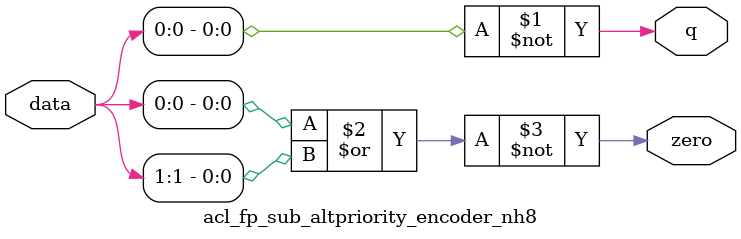
<source format=v>
module  acl_fp_sub_altpriority_encoder_nh8
	( 
	data,
	q,
	zero) ;
	input   [1:0]  data;
	output   [0:0]  q;
	output   zero;
	assign
		q = {(~ data[0])},
		zero = (~ (data[0] | data[1]));
endmodule
</source>
